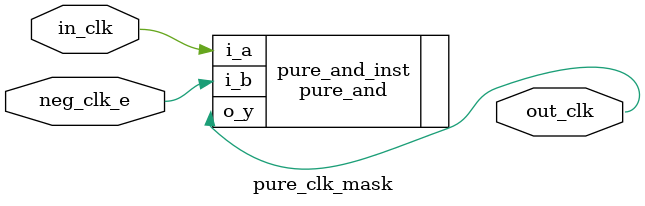
<source format=v>

`timescale 1ns/1ns

module pure_clk_mask #(
    parameter DOMAIN_3V0 = 0
  )(
    input  in_clk,
    input  neg_clk_e,
    output out_clk
  );

  `include "tech.v"

  `ifdef target_technology_FPGA_VIRTEX
    // XILINX VIRTEX variant
    BUFGCE BUFGCE(
      .I  (in_clk),
      .CE (neg_clk_e),
      .O  (out_clk)
    );
  `else
    // XILINX SPARTAN, ARTIX7, KINTEX7 variant
    pure_and pure_and_inst(
      .i_a (in_clk),
      .i_b (neg_clk_e),
      .o_y (out_clk)
    );
  `endif

endmodule


</source>
